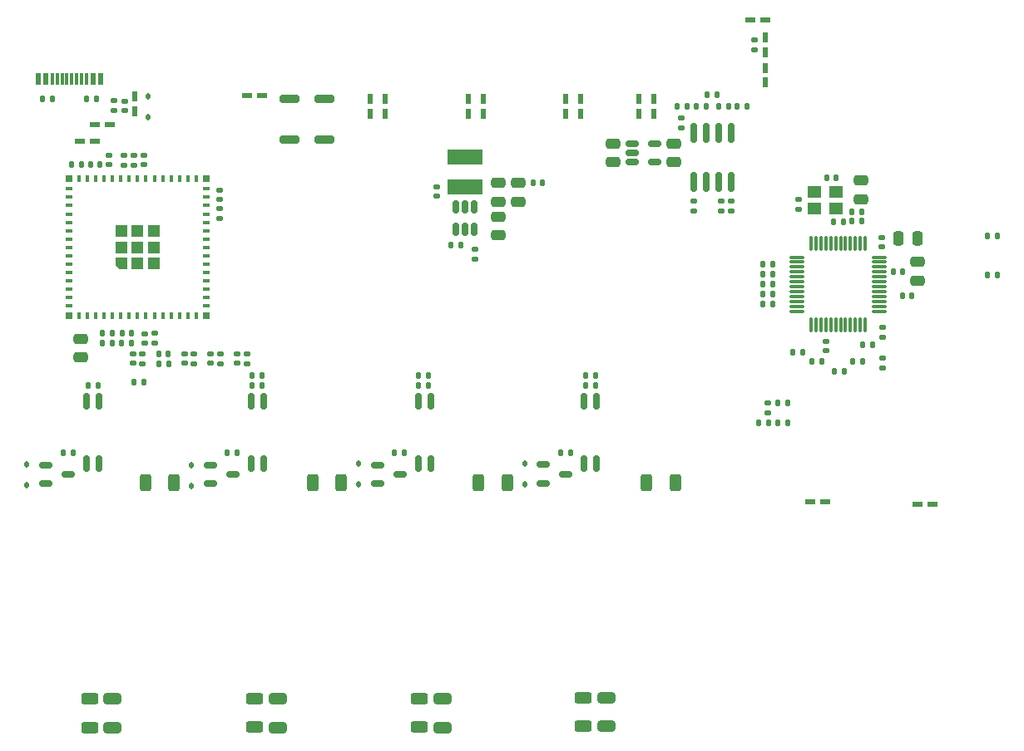
<source format=gbr>
%TF.GenerationSoftware,KiCad,Pcbnew,8.0.6-8.0.6-0~ubuntu24.04.1*%
%TF.CreationDate,2024-10-19T21:07:47+02:00*%
%TF.ProjectId,ESP_PLC,4553505f-504c-4432-9e6b-696361645f70,rev?*%
%TF.SameCoordinates,Original*%
%TF.FileFunction,Paste,Top*%
%TF.FilePolarity,Positive*%
%FSLAX46Y46*%
G04 Gerber Fmt 4.6, Leading zero omitted, Abs format (unit mm)*
G04 Created by KiCad (PCBNEW 8.0.6-8.0.6-0~ubuntu24.04.1) date 2024-10-19 21:07:47*
%MOMM*%
%LPD*%
G01*
G04 APERTURE LIST*
G04 Aperture macros list*
%AMRoundRect*
0 Rectangle with rounded corners*
0 $1 Rounding radius*
0 $2 $3 $4 $5 $6 $7 $8 $9 X,Y pos of 4 corners*
0 Add a 4 corners polygon primitive as box body*
4,1,4,$2,$3,$4,$5,$6,$7,$8,$9,$2,$3,0*
0 Add four circle primitives for the rounded corners*
1,1,$1+$1,$2,$3*
1,1,$1+$1,$4,$5*
1,1,$1+$1,$6,$7*
1,1,$1+$1,$8,$9*
0 Add four rect primitives between the rounded corners*
20,1,$1+$1,$2,$3,$4,$5,0*
20,1,$1+$1,$4,$5,$6,$7,0*
20,1,$1+$1,$6,$7,$8,$9,0*
20,1,$1+$1,$8,$9,$2,$3,0*%
%AMOutline5P*
0 Free polygon, 5 corners , with rotation*
0 The origin of the aperture is its center*
0 number of corners: always 5*
0 $1 to $10 corner X, Y*
0 $11 Rotation angle, in degrees counterclockwise*
0 create outline with 5 corners*
4,1,5,$1,$2,$3,$4,$5,$6,$7,$8,$9,$10,$1,$2,$11*%
%AMOutline6P*
0 Free polygon, 6 corners , with rotation*
0 The origin of the aperture is its center*
0 number of corners: always 6*
0 $1 to $12 corner X, Y*
0 $13 Rotation angle, in degrees counterclockwise*
0 create outline with 6 corners*
4,1,6,$1,$2,$3,$4,$5,$6,$7,$8,$9,$10,$11,$12,$1,$2,$13*%
%AMOutline7P*
0 Free polygon, 7 corners , with rotation*
0 The origin of the aperture is its center*
0 number of corners: always 7*
0 $1 to $14 corner X, Y*
0 $15 Rotation angle, in degrees counterclockwise*
0 create outline with 7 corners*
4,1,7,$1,$2,$3,$4,$5,$6,$7,$8,$9,$10,$11,$12,$13,$14,$1,$2,$15*%
%AMOutline8P*
0 Free polygon, 8 corners , with rotation*
0 The origin of the aperture is its center*
0 number of corners: always 8*
0 $1 to $16 corner X, Y*
0 $17 Rotation angle, in degrees counterclockwise*
0 create outline with 8 corners*
4,1,8,$1,$2,$3,$4,$5,$6,$7,$8,$9,$10,$11,$12,$13,$14,$15,$16,$1,$2,$17*%
G04 Aperture macros list end*
%ADD10RoundRect,0.250000X0.312500X0.625000X-0.312500X0.625000X-0.312500X-0.625000X0.312500X-0.625000X0*%
%ADD11RoundRect,0.250000X0.625000X-0.312500X0.625000X0.312500X-0.625000X0.312500X-0.625000X-0.312500X0*%
%ADD12RoundRect,0.250000X0.650000X-0.325000X0.650000X0.325000X-0.650000X0.325000X-0.650000X-0.325000X0*%
%ADD13RoundRect,0.135000X-0.135000X-0.185000X0.135000X-0.185000X0.135000X0.185000X-0.135000X0.185000X0*%
%ADD14RoundRect,0.140000X0.140000X0.170000X-0.140000X0.170000X-0.140000X-0.170000X0.140000X-0.170000X0*%
%ADD15RoundRect,0.135000X0.135000X0.185000X-0.135000X0.185000X-0.135000X-0.185000X0.135000X-0.185000X0*%
%ADD16R,0.500000X1.100000*%
%ADD17RoundRect,0.140000X0.170000X-0.140000X0.170000X0.140000X-0.170000X0.140000X-0.170000X-0.140000X0*%
%ADD18RoundRect,0.140000X-0.140000X-0.170000X0.140000X-0.170000X0.140000X0.170000X-0.140000X0.170000X0*%
%ADD19RoundRect,0.200000X0.800000X-0.200000X0.800000X0.200000X-0.800000X0.200000X-0.800000X-0.200000X0*%
%ADD20R,1.100000X0.500000*%
%ADD21RoundRect,0.112500X0.112500X-0.187500X0.112500X0.187500X-0.112500X0.187500X-0.112500X-0.187500X0*%
%ADD22RoundRect,0.135000X-0.185000X0.135000X-0.185000X-0.135000X0.185000X-0.135000X0.185000X0.135000X0*%
%ADD23RoundRect,0.135000X0.185000X-0.135000X0.185000X0.135000X-0.185000X0.135000X-0.185000X-0.135000X0*%
%ADD24RoundRect,0.150000X-0.512500X-0.150000X0.512500X-0.150000X0.512500X0.150000X-0.512500X0.150000X0*%
%ADD25RoundRect,0.150000X-0.150000X0.662500X-0.150000X-0.662500X0.150000X-0.662500X0.150000X0.662500X0*%
%ADD26RoundRect,0.140000X-0.170000X0.140000X-0.170000X-0.140000X0.170000X-0.140000X0.170000X0.140000X0*%
%ADD27R,0.600000X1.240000*%
%ADD28R,0.300000X1.240000*%
%ADD29R,1.400000X1.200000*%
%ADD30RoundRect,0.250000X0.475000X-0.250000X0.475000X0.250000X-0.475000X0.250000X-0.475000X-0.250000X0*%
%ADD31RoundRect,0.250000X0.250000X0.475000X-0.250000X0.475000X-0.250000X-0.475000X0.250000X-0.475000X0*%
%ADD32RoundRect,0.250000X-0.475000X0.250000X-0.475000X-0.250000X0.475000X-0.250000X0.475000X0.250000X0*%
%ADD33R,3.600000X1.500000*%
%ADD34RoundRect,0.147500X0.147500X0.172500X-0.147500X0.172500X-0.147500X-0.172500X0.147500X-0.172500X0*%
%ADD35RoundRect,0.150000X0.150000X-0.512500X0.150000X0.512500X-0.150000X0.512500X-0.150000X-0.512500X0*%
%ADD36RoundRect,0.075000X0.075000X-0.662500X0.075000X0.662500X-0.075000X0.662500X-0.075000X-0.662500X0*%
%ADD37RoundRect,0.075000X0.662500X-0.075000X0.662500X0.075000X-0.662500X0.075000X-0.662500X-0.075000X0*%
%ADD38RoundRect,0.150000X0.150000X-0.825000X0.150000X0.825000X-0.150000X0.825000X-0.150000X-0.825000X0*%
%ADD39R,0.400000X0.800000*%
%ADD40R,0.800000X0.400000*%
%ADD41Outline5P,-0.600000X0.204000X-0.204000X0.600000X0.600000X0.600000X0.600000X-0.600000X-0.600000X-0.600000X90.000000*%
%ADD42R,1.200000X1.200000*%
%ADD43R,0.800000X0.800000*%
%ADD44RoundRect,0.147500X-0.172500X0.147500X-0.172500X-0.147500X0.172500X-0.147500X0.172500X0.147500X0*%
%ADD45RoundRect,0.147500X0.172500X-0.147500X0.172500X0.147500X-0.172500X0.147500X-0.172500X-0.147500X0*%
G04 APERTURE END LIST*
D10*
%TO.C,R33*%
X204612500Y-116250000D03*
X201687500Y-116250000D03*
%TD*%
%TO.C,R32*%
X187512500Y-116250000D03*
X184587500Y-116250000D03*
%TD*%
%TO.C,R31*%
X153612500Y-116250000D03*
X150687500Y-116250000D03*
%TD*%
%TO.C,R30*%
X170612500Y-116250000D03*
X167687500Y-116250000D03*
%TD*%
D11*
%TO.C,R29*%
X145060000Y-141192500D03*
X145060000Y-138267500D03*
%TD*%
%TO.C,R28*%
X161800000Y-141162500D03*
X161800000Y-138237500D03*
%TD*%
%TO.C,R27*%
X195270000Y-141062500D03*
X195270000Y-138137500D03*
%TD*%
%TO.C,R26*%
X178600000Y-141162500D03*
X178600000Y-138237500D03*
%TD*%
D12*
%TO.C,C27*%
X147330000Y-141175000D03*
X147330000Y-138225000D03*
%TD*%
%TO.C,C26*%
X164200000Y-141175000D03*
X164200000Y-138225000D03*
%TD*%
%TO.C,C10*%
X197600000Y-141075000D03*
X197600000Y-138125000D03*
%TD*%
%TO.C,C3*%
X180900000Y-141175000D03*
X180900000Y-138225000D03*
%TD*%
D13*
%TO.C,R19*%
X236390000Y-95100000D03*
X237410000Y-95100000D03*
%TD*%
D14*
%TO.C,C34*%
X147280000Y-101000000D03*
X146320000Y-101000000D03*
%TD*%
D15*
%TO.C,R7*%
X214510000Y-93950000D03*
X213490000Y-93950000D03*
%TD*%
D14*
%TO.C,C38*%
X153030000Y-103100000D03*
X152070000Y-103100000D03*
%TD*%
D16*
%TO.C,D31*%
X202400000Y-77150000D03*
X202400000Y-78650000D03*
%TD*%
%TO.C,D1*%
X149600000Y-78350000D03*
X149600000Y-76850000D03*
%TD*%
D17*
%TO.C,C42*%
X205200000Y-80055000D03*
X205200000Y-79095000D03*
%TD*%
D18*
%TO.C,C35*%
X148320000Y-101000000D03*
X149280000Y-101000000D03*
%TD*%
D15*
%TO.C,R106*%
X177070000Y-113200000D03*
X176050000Y-113200000D03*
%TD*%
D19*
%TO.C,SW1*%
X165350000Y-81300000D03*
X165350000Y-77100000D03*
%TD*%
D16*
%TO.C,D27*%
X185100000Y-77150000D03*
X185100000Y-78650000D03*
%TD*%
D20*
%TO.C,D8*%
X219850000Y-118200000D03*
X218350000Y-118200000D03*
%TD*%
D15*
%TO.C,R104*%
X143310000Y-113200000D03*
X142290000Y-113200000D03*
%TD*%
D21*
%TO.C,D40*%
X155400000Y-116550000D03*
X155400000Y-114450000D03*
%TD*%
D22*
%TO.C,R73*%
X161050000Y-103090000D03*
X161050000Y-104110000D03*
%TD*%
D18*
%TO.C,C20*%
X215075000Y-108100000D03*
X216035000Y-108100000D03*
%TD*%
D13*
%TO.C,R16*%
X213145000Y-110100000D03*
X214165000Y-110100000D03*
%TD*%
D23*
%TO.C,R96*%
X212700000Y-72110000D03*
X212700000Y-71090000D03*
%TD*%
D15*
%TO.C,R100*%
X150560000Y-106000000D03*
X149540000Y-106000000D03*
%TD*%
D24*
%TO.C,Q8*%
X193475000Y-115350000D03*
X191200000Y-116300000D03*
X191200000Y-114400000D03*
%TD*%
D20*
%TO.C,D34*%
X213750000Y-69100000D03*
X212250000Y-69100000D03*
%TD*%
D23*
%TO.C,R93*%
X209300000Y-88510000D03*
X209300000Y-87490000D03*
%TD*%
D25*
%TO.C,U8*%
X146000000Y-107912500D03*
X144730000Y-107912500D03*
X144730000Y-114287500D03*
X146000000Y-114287500D03*
%TD*%
D13*
%TO.C,R1*%
X143180000Y-83800000D03*
X144200000Y-83800000D03*
%TD*%
D25*
%TO.C,U7*%
X179720000Y-107912500D03*
X178450000Y-107912500D03*
X178450000Y-114287500D03*
X179720000Y-114287500D03*
%TD*%
D23*
%TO.C,R92*%
X210350000Y-88510000D03*
X210350000Y-87490000D03*
%TD*%
D15*
%TO.C,R102*%
X179520000Y-105300000D03*
X178500000Y-105300000D03*
%TD*%
%TO.C,R107*%
X192940000Y-113150000D03*
X193960000Y-113150000D03*
%TD*%
D18*
%TO.C,C17*%
X220020000Y-85170000D03*
X220980000Y-85170000D03*
%TD*%
D16*
%TO.C,D24*%
X173600000Y-77150000D03*
X173600000Y-78650000D03*
%TD*%
D15*
%TO.C,R101*%
X162560000Y-105300000D03*
X161540000Y-105300000D03*
%TD*%
D26*
%TO.C,C37*%
X150650000Y-101070000D03*
X150650000Y-102030000D03*
%TD*%
D22*
%TO.C,R71*%
X155650000Y-103090000D03*
X155650000Y-104110000D03*
%TD*%
D17*
%TO.C,C23*%
X147000000Y-83800000D03*
X147000000Y-82840000D03*
%TD*%
D13*
%TO.C,R24*%
X144890000Y-106300000D03*
X145910000Y-106300000D03*
%TD*%
D15*
%TO.C,R99*%
X205860000Y-77900000D03*
X204840000Y-77900000D03*
%TD*%
D26*
%TO.C,C41*%
X160050000Y-103120000D03*
X160050000Y-104080000D03*
%TD*%
D15*
%TO.C,R66*%
X147310000Y-102000000D03*
X146290000Y-102000000D03*
%TD*%
D17*
%TO.C,C24*%
X158250000Y-87400000D03*
X158250000Y-86440000D03*
%TD*%
D20*
%TO.C,D2*%
X147050000Y-79750000D03*
X145550000Y-79750000D03*
%TD*%
D15*
%TO.C,R90*%
X211960000Y-77900000D03*
X210940000Y-77900000D03*
%TD*%
D27*
%TO.C,J3*%
X146150000Y-75100000D03*
X145350000Y-75100000D03*
D28*
X144200000Y-75100000D03*
X143200000Y-75100000D03*
X142700000Y-75100000D03*
X141700000Y-75100000D03*
D27*
X140550000Y-75100000D03*
X139750000Y-75100000D03*
X139750000Y-75100000D03*
X140550000Y-75100000D03*
D28*
X141200000Y-75100000D03*
X142200000Y-75100000D03*
X143700000Y-75100000D03*
X144700000Y-75100000D03*
D27*
X145350000Y-75100000D03*
X146150000Y-75100000D03*
%TD*%
D16*
%TO.C,D25*%
X175100000Y-77150000D03*
X175100000Y-78650000D03*
%TD*%
D21*
%TO.C,D39*%
X138600000Y-116450000D03*
X138600000Y-114350000D03*
%TD*%
D13*
%TO.C,R13*%
X213500000Y-98000000D03*
X214520000Y-98000000D03*
%TD*%
D15*
%TO.C,R9*%
X223710000Y-103900000D03*
X222690000Y-103900000D03*
%TD*%
%TO.C,R8*%
X221810000Y-104900000D03*
X220790000Y-104900000D03*
%TD*%
D25*
%TO.C,U9*%
X162735000Y-107912500D03*
X161465000Y-107912500D03*
X161465000Y-114287500D03*
X162735000Y-114287500D03*
%TD*%
D19*
%TO.C,SW2*%
X168900000Y-81300000D03*
X168900000Y-77100000D03*
%TD*%
D21*
%TO.C,D5*%
X151000000Y-78950000D03*
X151000000Y-76850000D03*
%TD*%
D16*
%TO.C,D26*%
X183600000Y-77150000D03*
X183600000Y-78650000D03*
%TD*%
D15*
%TO.C,R95*%
X208910000Y-76700000D03*
X207890000Y-76700000D03*
%TD*%
D22*
%TO.C,R21*%
X158250000Y-88310000D03*
X158250000Y-89330000D03*
%TD*%
D23*
%TO.C,R20*%
X148500000Y-83860000D03*
X148500000Y-82840000D03*
%TD*%
D22*
%TO.C,R68*%
X150350000Y-103090000D03*
X150350000Y-104110000D03*
%TD*%
D29*
%TO.C,Y1*%
X218800000Y-88320000D03*
X221000000Y-88320000D03*
X221000000Y-86620000D03*
X218800000Y-86620000D03*
%TD*%
D30*
%TO.C,C11*%
X223500000Y-87320000D03*
X223500000Y-85420000D03*
%TD*%
D15*
%TO.C,R4*%
X141210000Y-77100000D03*
X140190000Y-77100000D03*
%TD*%
D16*
%TO.C,D30*%
X200900000Y-77150000D03*
X200900000Y-78650000D03*
%TD*%
D20*
%TO.C,D7*%
X229300000Y-118400000D03*
X230800000Y-118400000D03*
%TD*%
D30*
%TO.C,C7*%
X186600000Y-87600000D03*
X186600000Y-85700000D03*
%TD*%
D20*
%TO.C,D9*%
X162550000Y-76800000D03*
X161050000Y-76800000D03*
%TD*%
D16*
%TO.C,D29*%
X195000000Y-77150000D03*
X195000000Y-78650000D03*
%TD*%
D15*
%TO.C,R103*%
X195490000Y-105300000D03*
X196510000Y-105300000D03*
%TD*%
D16*
%TO.C,D33*%
X213775000Y-72350000D03*
X213775000Y-70850000D03*
%TD*%
D18*
%TO.C,C21*%
X215075000Y-110100000D03*
X216035000Y-110100000D03*
%TD*%
D25*
%TO.C,U5*%
X196620000Y-107912500D03*
X195350000Y-107912500D03*
X195350000Y-114287500D03*
X196620000Y-114287500D03*
%TD*%
D13*
%TO.C,R6*%
X216590000Y-102900000D03*
X217610000Y-102900000D03*
%TD*%
D24*
%TO.C,Q6*%
X157325000Y-114450000D03*
X157325000Y-116350000D03*
X159600000Y-115400000D03*
%TD*%
D18*
%TO.C,C13*%
X223720000Y-102200000D03*
X224680000Y-102200000D03*
%TD*%
D31*
%TO.C,C12*%
X229250000Y-91300000D03*
X227350000Y-91300000D03*
%TD*%
D26*
%TO.C,C40*%
X157350000Y-103120000D03*
X157350000Y-104080000D03*
%TD*%
D13*
%TO.C,R14*%
X220690000Y-89670000D03*
X221710000Y-89670000D03*
%TD*%
D14*
%TO.C,C1*%
X146080000Y-83800000D03*
X145120000Y-83800000D03*
%TD*%
D18*
%TO.C,C15*%
X226820000Y-94700000D03*
X227780000Y-94700000D03*
%TD*%
D32*
%TO.C,C25*%
X198267500Y-81675000D03*
X198267500Y-83575000D03*
%TD*%
D13*
%TO.C,R67*%
X148290000Y-102000000D03*
X149310000Y-102000000D03*
%TD*%
D24*
%TO.C,Q5*%
X140562500Y-114450000D03*
X140562500Y-116350000D03*
X142837500Y-115400000D03*
%TD*%
D13*
%TO.C,R12*%
X213490000Y-97000000D03*
X214510000Y-97000000D03*
%TD*%
D17*
%TO.C,C4*%
X148600000Y-78290000D03*
X148600000Y-77330000D03*
%TD*%
D26*
%TO.C,C14*%
X220000000Y-101820000D03*
X220000000Y-102780000D03*
%TD*%
D15*
%TO.C,R97*%
X207760000Y-77900000D03*
X206740000Y-77900000D03*
%TD*%
D18*
%TO.C,C9*%
X222620000Y-89600000D03*
X223580000Y-89600000D03*
%TD*%
D24*
%TO.C,Q7*%
X174325000Y-114450000D03*
X174325000Y-116350000D03*
X176600000Y-115400000D03*
%TD*%
D13*
%TO.C,R2*%
X218490000Y-103900000D03*
X219510000Y-103900000D03*
%TD*%
%TO.C,R11*%
X213490000Y-96000000D03*
X214510000Y-96000000D03*
%TD*%
D15*
%TO.C,R70*%
X153060000Y-104100000D03*
X152040000Y-104100000D03*
%TD*%
D17*
%TO.C,C5*%
X180310000Y-87030000D03*
X180310000Y-86070000D03*
%TD*%
D15*
%TO.C,R91*%
X210060000Y-77900000D03*
X209040000Y-77900000D03*
%TD*%
D17*
%TO.C,C44*%
X150500000Y-83830000D03*
X150500000Y-82870000D03*
%TD*%
D15*
%TO.C,R105*%
X160060000Y-113200000D03*
X159040000Y-113200000D03*
%TD*%
D33*
%TO.C,L1*%
X183210000Y-86075000D03*
X183210000Y-83025000D03*
%TD*%
D26*
%TO.C,C36*%
X149400000Y-103120000D03*
X149400000Y-104080000D03*
%TD*%
D17*
%TO.C,C22*%
X225600000Y-92180000D03*
X225600000Y-91220000D03*
%TD*%
D34*
%TO.C,FB5*%
X182785000Y-92000000D03*
X181815000Y-92000000D03*
%TD*%
D22*
%TO.C,R69*%
X151650000Y-100990000D03*
X151650000Y-102010000D03*
%TD*%
D13*
%TO.C,R17*%
X236390000Y-91120000D03*
X237410000Y-91120000D03*
%TD*%
D14*
%TO.C,C16*%
X228680000Y-97200000D03*
X227720000Y-97200000D03*
%TD*%
D30*
%TO.C,C19*%
X229300000Y-95650000D03*
X229300000Y-93750000D03*
%TD*%
D26*
%TO.C,C39*%
X154650000Y-103120000D03*
X154650000Y-104080000D03*
%TD*%
D21*
%TO.C,D41*%
X172400000Y-116400000D03*
X172400000Y-114300000D03*
%TD*%
D23*
%TO.C,R94*%
X206500000Y-88510000D03*
X206500000Y-87490000D03*
%TD*%
D17*
%TO.C,C18*%
X217200000Y-88350000D03*
X217200000Y-87390000D03*
%TD*%
D35*
%TO.C,U3*%
X182260000Y-90387500D03*
X183210000Y-90387500D03*
X184160000Y-90387500D03*
X184160000Y-88112500D03*
X183210000Y-88112500D03*
X182260000Y-88112500D03*
%TD*%
D22*
%TO.C,R18*%
X225700000Y-103490000D03*
X225700000Y-104510000D03*
%TD*%
D36*
%TO.C,U4*%
X218450000Y-100162500D03*
X218950000Y-100162500D03*
X219450000Y-100162500D03*
X219950000Y-100162500D03*
X220450000Y-100162500D03*
X220950000Y-100162500D03*
X221450000Y-100162500D03*
X221950000Y-100162500D03*
X222450000Y-100162500D03*
X222950000Y-100162500D03*
X223450000Y-100162500D03*
X223950000Y-100162500D03*
D37*
X225362500Y-98750000D03*
X225362500Y-98250000D03*
X225362500Y-97750000D03*
X225362500Y-97250000D03*
X225362500Y-96750000D03*
X225362500Y-96250000D03*
X225362500Y-95750000D03*
X225362500Y-95250000D03*
X225362500Y-94750000D03*
X225362500Y-94250000D03*
X225362500Y-93750000D03*
X225362500Y-93250000D03*
D36*
X223950000Y-91837500D03*
X223450000Y-91837500D03*
X222950000Y-91837500D03*
X222450000Y-91837500D03*
X221950000Y-91837500D03*
X221450000Y-91837500D03*
X220950000Y-91837500D03*
X220450000Y-91837500D03*
X219950000Y-91837500D03*
X219450000Y-91837500D03*
X218950000Y-91837500D03*
X218450000Y-91837500D03*
D37*
X217037500Y-93250000D03*
X217037500Y-93750000D03*
X217037500Y-94250000D03*
X217037500Y-94750000D03*
X217037500Y-95250000D03*
X217037500Y-95750000D03*
X217037500Y-96250000D03*
X217037500Y-96750000D03*
X217037500Y-97250000D03*
X217037500Y-97750000D03*
X217037500Y-98250000D03*
X217037500Y-98750000D03*
%TD*%
D13*
%TO.C,R22*%
X195490000Y-106300000D03*
X196510000Y-106300000D03*
%TD*%
%TO.C,R5*%
X144690000Y-77100000D03*
X145710000Y-77100000D03*
%TD*%
D38*
%TO.C,U6*%
X206500000Y-85550000D03*
X207770000Y-85550000D03*
X209040000Y-85550000D03*
X210310000Y-85550000D03*
X210310000Y-80600000D03*
X209040000Y-80600000D03*
X207770000Y-80600000D03*
X206500000Y-80600000D03*
%TD*%
D13*
%TO.C,R25*%
X161540000Y-106300000D03*
X162560000Y-106300000D03*
%TD*%
D30*
%TO.C,C8*%
X188610000Y-87600000D03*
X188610000Y-85700000D03*
%TD*%
D21*
%TO.C,D42*%
X189300000Y-114300000D03*
X189300000Y-116400000D03*
%TD*%
D16*
%TO.C,D28*%
X193500000Y-77150000D03*
X193500000Y-78650000D03*
%TD*%
D23*
%TO.C,R98*%
X149500000Y-83860000D03*
X149500000Y-82840000D03*
%TD*%
D34*
%TO.C,FB1*%
X191095000Y-85650000D03*
X190125000Y-85650000D03*
%TD*%
D39*
%TO.C,U1*%
X143950000Y-99244500D03*
X144800000Y-99244500D03*
X145650000Y-99244500D03*
X146500000Y-99244500D03*
X147350000Y-99244500D03*
X148200000Y-99244500D03*
X149050000Y-99244500D03*
X149900000Y-99244500D03*
X150750000Y-99244500D03*
X151600000Y-99244500D03*
X152450000Y-99244500D03*
X153300000Y-99244500D03*
X154150000Y-99244500D03*
X155000000Y-99244500D03*
X155850000Y-99244500D03*
D40*
X156900000Y-98194500D03*
X156900000Y-97344500D03*
X156900000Y-96494500D03*
X156900000Y-95644500D03*
X156900000Y-94794500D03*
X156900000Y-93944500D03*
X156900000Y-93094500D03*
X156900000Y-92244500D03*
X156900000Y-91394500D03*
X156900000Y-90544500D03*
X156900000Y-89694500D03*
X156900000Y-88844500D03*
X156900000Y-87994500D03*
X156900000Y-87144500D03*
X156900000Y-86294500D03*
D39*
X155850000Y-85244500D03*
X155000000Y-85244500D03*
X154150000Y-85244500D03*
X153300000Y-85244500D03*
X152450000Y-85244500D03*
X151600000Y-85244500D03*
X150750000Y-85244500D03*
X149900000Y-85244500D03*
X149050000Y-85244500D03*
X148200000Y-85244500D03*
X147350000Y-85244500D03*
X146500000Y-85244500D03*
X145650000Y-85244500D03*
X144800000Y-85244500D03*
X143950000Y-85244500D03*
D40*
X142900000Y-86294500D03*
X142900000Y-87144500D03*
X142900000Y-87994500D03*
X142900000Y-88844500D03*
X142900000Y-89694500D03*
X142900000Y-90544500D03*
X142900000Y-91394500D03*
X142900000Y-92244500D03*
X142900000Y-93094500D03*
X142900000Y-93944500D03*
X142900000Y-94794500D03*
X142900000Y-95644500D03*
X142900000Y-96494500D03*
X142900000Y-97344500D03*
X142900000Y-98194500D03*
D41*
X148250000Y-93894500D03*
D42*
X149900000Y-93894500D03*
X151550000Y-93894500D03*
X148250000Y-92244500D03*
X149900000Y-92244500D03*
X151550000Y-92244500D03*
X148250000Y-90594500D03*
X149900000Y-90594500D03*
X151550000Y-90594500D03*
D43*
X142900000Y-99244500D03*
X156900000Y-99244500D03*
X156900000Y-85244500D03*
X142900000Y-85244500D03*
%TD*%
D32*
%TO.C,C6*%
X186610000Y-89100000D03*
X186610000Y-91000000D03*
%TD*%
D22*
%TO.C,R3*%
X147500000Y-77290000D03*
X147500000Y-78310000D03*
%TD*%
D13*
%TO.C,R10*%
X213490000Y-95000000D03*
X214510000Y-95000000D03*
%TD*%
D34*
%TO.C,FB3*%
X223585000Y-88600000D03*
X222615000Y-88600000D03*
%TD*%
D32*
%TO.C,C2*%
X144100000Y-101550000D03*
X144100000Y-103450000D03*
%TD*%
D44*
%TO.C,FB2*%
X184200000Y-92465000D03*
X184200000Y-93435000D03*
%TD*%
D45*
%TO.C,FB4*%
X225700000Y-101385000D03*
X225700000Y-100415000D03*
%TD*%
D13*
%TO.C,R23*%
X178510000Y-106300000D03*
X179530000Y-106300000D03*
%TD*%
D16*
%TO.C,D32*%
X213800000Y-75450000D03*
X213800000Y-73950000D03*
%TD*%
D23*
%TO.C,R15*%
X214055000Y-109110000D03*
X214055000Y-108090000D03*
%TD*%
D24*
%TO.C,U2*%
X200230000Y-81675000D03*
X200230000Y-82625000D03*
X200230000Y-83575000D03*
X202505000Y-83575000D03*
X202505000Y-81675000D03*
%TD*%
D20*
%TO.C,D3*%
X144050000Y-81450000D03*
X145550000Y-81450000D03*
%TD*%
D22*
%TO.C,R72*%
X158350000Y-103090000D03*
X158350000Y-104110000D03*
%TD*%
D32*
%TO.C,C43*%
X204467500Y-81675000D03*
X204467500Y-83575000D03*
%TD*%
M02*

</source>
